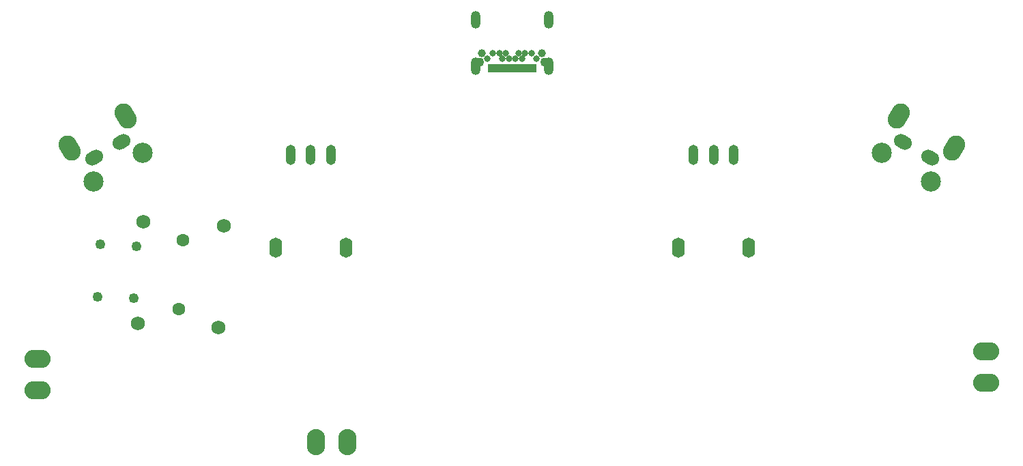
<source format=gbr>
%TF.GenerationSoftware,KiCad,Pcbnew,7.0.6*%
%TF.CreationDate,2023-11-08T16:21:37-08:00*%
%TF.ProjectId,UGC_Main,5547435f-4d61-4696-9e2e-6b696361645f,rev?*%
%TF.SameCoordinates,Original*%
%TF.FileFunction,Soldermask,Bot*%
%TF.FilePolarity,Negative*%
%FSLAX46Y46*%
G04 Gerber Fmt 4.6, Leading zero omitted, Abs format (unit mm)*
G04 Created by KiCad (PCBNEW 7.0.6) date 2023-11-08 16:21:37*
%MOMM*%
%LPD*%
G01*
G04 APERTURE LIST*
G04 Aperture macros list*
%AMRoundRect*
0 Rectangle with rounded corners*
0 $1 Rounding radius*
0 $2 $3 $4 $5 $6 $7 $8 $9 X,Y pos of 4 corners*
0 Add a 4 corners polygon primitive as box body*
4,1,4,$2,$3,$4,$5,$6,$7,$8,$9,$2,$3,0*
0 Add four circle primitives for the rounded corners*
1,1,$1+$1,$2,$3*
1,1,$1+$1,$4,$5*
1,1,$1+$1,$6,$7*
1,1,$1+$1,$8,$9*
0 Add four rect primitives between the rounded corners*
20,1,$1+$1,$2,$3,$4,$5,0*
20,1,$1+$1,$4,$5,$6,$7,0*
20,1,$1+$1,$6,$7,$8,$9,0*
20,1,$1+$1,$8,$9,$2,$3,0*%
%AMHorizOval*
0 Thick line with rounded ends*
0 $1 width*
0 $2 $3 position (X,Y) of the first rounded end (center of the circle)*
0 $4 $5 position (X,Y) of the second rounded end (center of the circle)*
0 Add line between two ends*
20,1,$1,$2,$3,$4,$5,0*
0 Add two circle primitives to create the rounded ends*
1,1,$1,$2,$3*
1,1,$1,$4,$5*%
G04 Aperture macros list end*
%ADD10C,1.750000*%
%ADD11C,1.600000*%
%ADD12C,1.250000*%
%ADD13HorizOval,2.250000X-0.250000X0.433013X0.250000X-0.433013X0*%
%ADD14HorizOval,1.700000X0.259808X0.150000X-0.259808X-0.150000X0*%
%ADD15C,2.500000*%
%ADD16HorizOval,2.250000X-0.250000X-0.433013X0.250000X0.433013X0*%
%ADD17HorizOval,1.700000X0.259808X-0.150000X-0.259808X0.150000X0*%
%ADD18C,1.000000*%
%ADD19RoundRect,0.102000X-0.175000X0.445000X-0.175000X-0.445000X0.175000X-0.445000X0.175000X0.445000X0*%
%ADD20C,0.804000*%
%ADD21O,1.204000X2.204000*%
%ADD22C,1.104000*%
%ADD23O,1.600000X2.500000*%
%ADD24O,1.250000X2.500000*%
%ADD25O,2.250000X3.250000*%
%ADD26O,3.250000X2.250000*%
G04 APERTURE END LIST*
D10*
%TO.C,SW6*%
X172800078Y-109723772D03*
X172138028Y-122356436D03*
D11*
X177687246Y-112007677D03*
X177237156Y-120595891D03*
D10*
X182786374Y-110247132D03*
X182124324Y-122879796D03*
D12*
X171990036Y-112760540D03*
X171649852Y-119251632D03*
X167496203Y-112525028D03*
X167156019Y-119016120D03*
%TD*%
D13*
%TO.C,SW7*%
X163696858Y-100623533D03*
X170625062Y-96623533D03*
D14*
X166722211Y-101763597D03*
X170099709Y-99813597D03*
D15*
X166629871Y-104703661D03*
X172692049Y-101203661D03*
%TD*%
D16*
%TO.C,SW8*%
X266499744Y-96623533D03*
X273427948Y-100623533D03*
D17*
X267025097Y-99813597D03*
X270402595Y-101763597D03*
D15*
X264432757Y-101203661D03*
X270494935Y-104703661D03*
%TD*%
D18*
%TO.C,J4*%
X214837403Y-88783597D03*
X222287403Y-88783597D03*
D19*
X215812403Y-90688597D03*
X216312403Y-90688597D03*
X216812403Y-90688597D03*
X217312403Y-90688597D03*
X217812403Y-90688597D03*
X218312403Y-90688597D03*
X218812403Y-90688597D03*
X219312403Y-90688597D03*
X219812403Y-90688597D03*
X220312403Y-90688597D03*
X220812403Y-90688597D03*
X221312403Y-90688597D03*
D20*
X221612403Y-89483597D03*
X220962403Y-88783597D03*
X220162403Y-88783597D03*
X219762403Y-89483597D03*
X219362403Y-88783597D03*
X218962403Y-89483597D03*
X218162403Y-89483597D03*
X217762403Y-88783597D03*
X217362403Y-89483597D03*
X216962403Y-88783597D03*
X216162403Y-88783597D03*
X215512403Y-89483597D03*
D21*
X214062403Y-84683597D03*
D22*
X214512403Y-89883597D03*
D21*
X214062403Y-90433597D03*
X223062403Y-84683597D03*
D22*
X222612403Y-89883597D03*
D21*
X223062403Y-90433597D03*
%TD*%
D23*
%TO.C,RV2*%
X247912403Y-112913597D03*
X239212403Y-112913597D03*
D24*
X246062403Y-101413597D03*
X243562403Y-101413597D03*
X241062403Y-101413597D03*
%TD*%
D25*
%TO.C,J1*%
X198157142Y-137045300D03*
X194257142Y-137045300D03*
%TD*%
D26*
%TO.C,J3*%
X277338900Y-125812000D03*
X277338900Y-129712000D03*
%TD*%
%TO.C,J2*%
X159676400Y-130687600D03*
X159676400Y-126787600D03*
%TD*%
D23*
%TO.C,RV1*%
X197912403Y-112913597D03*
X189212403Y-112913597D03*
D24*
X196062403Y-101413597D03*
X193562403Y-101413597D03*
X191062403Y-101413597D03*
%TD*%
M02*

</source>
